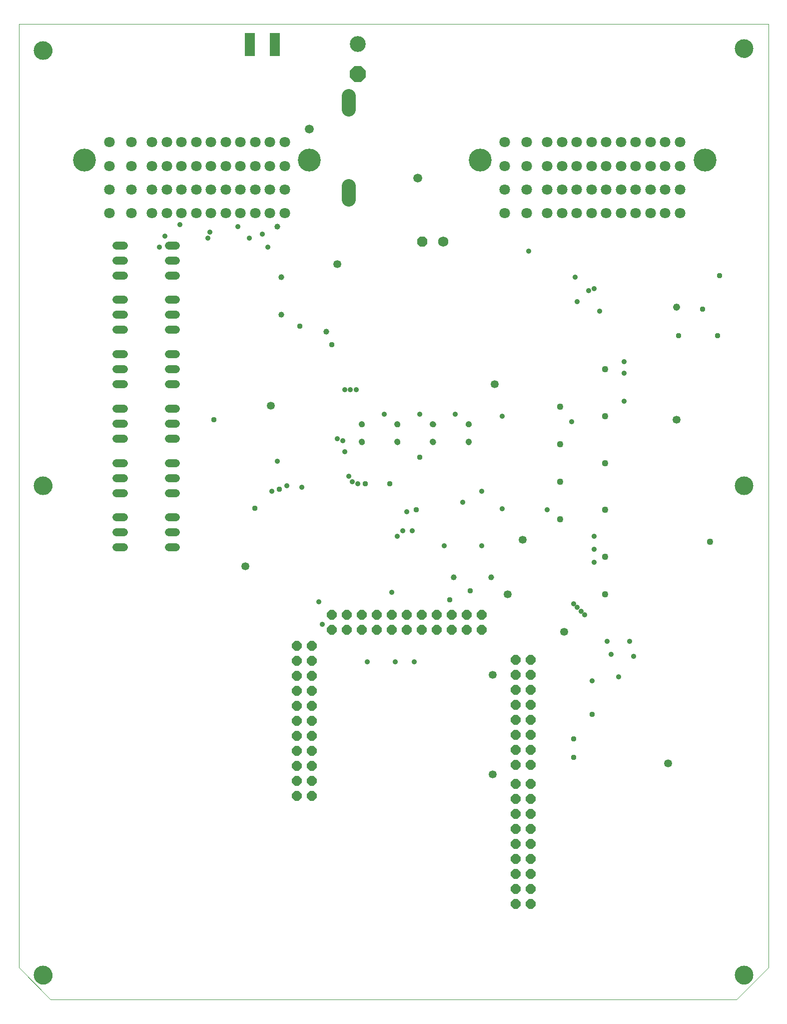
<source format=gbs>
G75*
G70*
%OFA0B0*%
%FSLAX24Y24*%
%IPPOS*%
%LPD*%
%AMOC8*
5,1,8,0,0,1.08239X$1,22.5*
%
%ADD10C,0.0000*%
%ADD11OC8,0.0651*%
%ADD12OC8,0.0690*%
%ADD13C,0.0690*%
%ADD14C,0.0945*%
%ADD15C,0.1060*%
%ADD16OC8,0.1060*%
%ADD17C,0.0710*%
%ADD18C,0.1523*%
%ADD19C,0.1241*%
%ADD20C,0.0540*%
%ADD21R,0.0651X0.1517*%
%ADD22C,0.0414*%
%ADD23OC8,0.0350*%
%ADD24C,0.0350*%
%ADD25C,0.0532*%
%ADD26C,0.0397*%
%ADD27C,0.0436*%
%ADD28C,0.0591*%
%ADD29C,0.0476*%
D10*
X000100Y002300D02*
X002225Y000175D01*
X047975Y000175D01*
X050100Y002300D01*
X050100Y065175D01*
X000100Y065175D01*
X000100Y002300D01*
X001134Y001800D02*
X001136Y001848D01*
X001142Y001896D01*
X001152Y001943D01*
X001165Y001989D01*
X001183Y002034D01*
X001203Y002078D01*
X001228Y002120D01*
X001256Y002159D01*
X001286Y002196D01*
X001320Y002230D01*
X001357Y002262D01*
X001395Y002291D01*
X001436Y002316D01*
X001479Y002338D01*
X001524Y002356D01*
X001570Y002370D01*
X001617Y002381D01*
X001665Y002388D01*
X001713Y002391D01*
X001761Y002390D01*
X001809Y002385D01*
X001857Y002376D01*
X001903Y002364D01*
X001948Y002347D01*
X001992Y002327D01*
X002034Y002304D01*
X002074Y002277D01*
X002112Y002247D01*
X002147Y002214D01*
X002179Y002178D01*
X002209Y002140D01*
X002235Y002099D01*
X002257Y002056D01*
X002277Y002012D01*
X002292Y001967D01*
X002304Y001920D01*
X002312Y001872D01*
X002316Y001824D01*
X002316Y001776D01*
X002312Y001728D01*
X002304Y001680D01*
X002292Y001633D01*
X002277Y001588D01*
X002257Y001544D01*
X002235Y001501D01*
X002209Y001460D01*
X002179Y001422D01*
X002147Y001386D01*
X002112Y001353D01*
X002074Y001323D01*
X002034Y001296D01*
X001992Y001273D01*
X001948Y001253D01*
X001903Y001236D01*
X001857Y001224D01*
X001809Y001215D01*
X001761Y001210D01*
X001713Y001209D01*
X001665Y001212D01*
X001617Y001219D01*
X001570Y001230D01*
X001524Y001244D01*
X001479Y001262D01*
X001436Y001284D01*
X001395Y001309D01*
X001357Y001338D01*
X001320Y001370D01*
X001286Y001404D01*
X001256Y001441D01*
X001228Y001480D01*
X001203Y001522D01*
X001183Y001566D01*
X001165Y001611D01*
X001152Y001657D01*
X001142Y001704D01*
X001136Y001752D01*
X001134Y001800D01*
X001134Y034425D02*
X001136Y034473D01*
X001142Y034521D01*
X001152Y034568D01*
X001165Y034614D01*
X001183Y034659D01*
X001203Y034703D01*
X001228Y034745D01*
X001256Y034784D01*
X001286Y034821D01*
X001320Y034855D01*
X001357Y034887D01*
X001395Y034916D01*
X001436Y034941D01*
X001479Y034963D01*
X001524Y034981D01*
X001570Y034995D01*
X001617Y035006D01*
X001665Y035013D01*
X001713Y035016D01*
X001761Y035015D01*
X001809Y035010D01*
X001857Y035001D01*
X001903Y034989D01*
X001948Y034972D01*
X001992Y034952D01*
X002034Y034929D01*
X002074Y034902D01*
X002112Y034872D01*
X002147Y034839D01*
X002179Y034803D01*
X002209Y034765D01*
X002235Y034724D01*
X002257Y034681D01*
X002277Y034637D01*
X002292Y034592D01*
X002304Y034545D01*
X002312Y034497D01*
X002316Y034449D01*
X002316Y034401D01*
X002312Y034353D01*
X002304Y034305D01*
X002292Y034258D01*
X002277Y034213D01*
X002257Y034169D01*
X002235Y034126D01*
X002209Y034085D01*
X002179Y034047D01*
X002147Y034011D01*
X002112Y033978D01*
X002074Y033948D01*
X002034Y033921D01*
X001992Y033898D01*
X001948Y033878D01*
X001903Y033861D01*
X001857Y033849D01*
X001809Y033840D01*
X001761Y033835D01*
X001713Y033834D01*
X001665Y033837D01*
X001617Y033844D01*
X001570Y033855D01*
X001524Y033869D01*
X001479Y033887D01*
X001436Y033909D01*
X001395Y033934D01*
X001357Y033963D01*
X001320Y033995D01*
X001286Y034029D01*
X001256Y034066D01*
X001228Y034105D01*
X001203Y034147D01*
X001183Y034191D01*
X001165Y034236D01*
X001152Y034282D01*
X001142Y034329D01*
X001136Y034377D01*
X001134Y034425D01*
X022798Y037334D02*
X022800Y037360D01*
X022806Y037386D01*
X022816Y037411D01*
X022829Y037434D01*
X022845Y037454D01*
X022865Y037472D01*
X022887Y037487D01*
X022910Y037499D01*
X022936Y037507D01*
X022962Y037511D01*
X022988Y037511D01*
X023014Y037507D01*
X023040Y037499D01*
X023064Y037487D01*
X023085Y037472D01*
X023105Y037454D01*
X023121Y037434D01*
X023134Y037411D01*
X023144Y037386D01*
X023150Y037360D01*
X023152Y037334D01*
X023150Y037308D01*
X023144Y037282D01*
X023134Y037257D01*
X023121Y037234D01*
X023105Y037214D01*
X023085Y037196D01*
X023063Y037181D01*
X023040Y037169D01*
X023014Y037161D01*
X022988Y037157D01*
X022962Y037157D01*
X022936Y037161D01*
X022910Y037169D01*
X022886Y037181D01*
X022865Y037196D01*
X022845Y037214D01*
X022829Y037234D01*
X022816Y037257D01*
X022806Y037282D01*
X022800Y037308D01*
X022798Y037334D01*
X022798Y038516D02*
X022800Y038542D01*
X022806Y038568D01*
X022816Y038593D01*
X022829Y038616D01*
X022845Y038636D01*
X022865Y038654D01*
X022887Y038669D01*
X022910Y038681D01*
X022936Y038689D01*
X022962Y038693D01*
X022988Y038693D01*
X023014Y038689D01*
X023040Y038681D01*
X023064Y038669D01*
X023085Y038654D01*
X023105Y038636D01*
X023121Y038616D01*
X023134Y038593D01*
X023144Y038568D01*
X023150Y038542D01*
X023152Y038516D01*
X023150Y038490D01*
X023144Y038464D01*
X023134Y038439D01*
X023121Y038416D01*
X023105Y038396D01*
X023085Y038378D01*
X023063Y038363D01*
X023040Y038351D01*
X023014Y038343D01*
X022988Y038339D01*
X022962Y038339D01*
X022936Y038343D01*
X022910Y038351D01*
X022886Y038363D01*
X022865Y038378D01*
X022845Y038396D01*
X022829Y038416D01*
X022816Y038439D01*
X022806Y038464D01*
X022800Y038490D01*
X022798Y038516D01*
X025173Y038516D02*
X025175Y038542D01*
X025181Y038568D01*
X025191Y038593D01*
X025204Y038616D01*
X025220Y038636D01*
X025240Y038654D01*
X025262Y038669D01*
X025285Y038681D01*
X025311Y038689D01*
X025337Y038693D01*
X025363Y038693D01*
X025389Y038689D01*
X025415Y038681D01*
X025439Y038669D01*
X025460Y038654D01*
X025480Y038636D01*
X025496Y038616D01*
X025509Y038593D01*
X025519Y038568D01*
X025525Y038542D01*
X025527Y038516D01*
X025525Y038490D01*
X025519Y038464D01*
X025509Y038439D01*
X025496Y038416D01*
X025480Y038396D01*
X025460Y038378D01*
X025438Y038363D01*
X025415Y038351D01*
X025389Y038343D01*
X025363Y038339D01*
X025337Y038339D01*
X025311Y038343D01*
X025285Y038351D01*
X025261Y038363D01*
X025240Y038378D01*
X025220Y038396D01*
X025204Y038416D01*
X025191Y038439D01*
X025181Y038464D01*
X025175Y038490D01*
X025173Y038516D01*
X025173Y037334D02*
X025175Y037360D01*
X025181Y037386D01*
X025191Y037411D01*
X025204Y037434D01*
X025220Y037454D01*
X025240Y037472D01*
X025262Y037487D01*
X025285Y037499D01*
X025311Y037507D01*
X025337Y037511D01*
X025363Y037511D01*
X025389Y037507D01*
X025415Y037499D01*
X025439Y037487D01*
X025460Y037472D01*
X025480Y037454D01*
X025496Y037434D01*
X025509Y037411D01*
X025519Y037386D01*
X025525Y037360D01*
X025527Y037334D01*
X025525Y037308D01*
X025519Y037282D01*
X025509Y037257D01*
X025496Y037234D01*
X025480Y037214D01*
X025460Y037196D01*
X025438Y037181D01*
X025415Y037169D01*
X025389Y037161D01*
X025363Y037157D01*
X025337Y037157D01*
X025311Y037161D01*
X025285Y037169D01*
X025261Y037181D01*
X025240Y037196D01*
X025220Y037214D01*
X025204Y037234D01*
X025191Y037257D01*
X025181Y037282D01*
X025175Y037308D01*
X025173Y037334D01*
X027548Y037334D02*
X027550Y037360D01*
X027556Y037386D01*
X027566Y037411D01*
X027579Y037434D01*
X027595Y037454D01*
X027615Y037472D01*
X027637Y037487D01*
X027660Y037499D01*
X027686Y037507D01*
X027712Y037511D01*
X027738Y037511D01*
X027764Y037507D01*
X027790Y037499D01*
X027814Y037487D01*
X027835Y037472D01*
X027855Y037454D01*
X027871Y037434D01*
X027884Y037411D01*
X027894Y037386D01*
X027900Y037360D01*
X027902Y037334D01*
X027900Y037308D01*
X027894Y037282D01*
X027884Y037257D01*
X027871Y037234D01*
X027855Y037214D01*
X027835Y037196D01*
X027813Y037181D01*
X027790Y037169D01*
X027764Y037161D01*
X027738Y037157D01*
X027712Y037157D01*
X027686Y037161D01*
X027660Y037169D01*
X027636Y037181D01*
X027615Y037196D01*
X027595Y037214D01*
X027579Y037234D01*
X027566Y037257D01*
X027556Y037282D01*
X027550Y037308D01*
X027548Y037334D01*
X027548Y038516D02*
X027550Y038542D01*
X027556Y038568D01*
X027566Y038593D01*
X027579Y038616D01*
X027595Y038636D01*
X027615Y038654D01*
X027637Y038669D01*
X027660Y038681D01*
X027686Y038689D01*
X027712Y038693D01*
X027738Y038693D01*
X027764Y038689D01*
X027790Y038681D01*
X027814Y038669D01*
X027835Y038654D01*
X027855Y038636D01*
X027871Y038616D01*
X027884Y038593D01*
X027894Y038568D01*
X027900Y038542D01*
X027902Y038516D01*
X027900Y038490D01*
X027894Y038464D01*
X027884Y038439D01*
X027871Y038416D01*
X027855Y038396D01*
X027835Y038378D01*
X027813Y038363D01*
X027790Y038351D01*
X027764Y038343D01*
X027738Y038339D01*
X027712Y038339D01*
X027686Y038343D01*
X027660Y038351D01*
X027636Y038363D01*
X027615Y038378D01*
X027595Y038396D01*
X027579Y038416D01*
X027566Y038439D01*
X027556Y038464D01*
X027550Y038490D01*
X027548Y038516D01*
X029923Y038516D02*
X029925Y038542D01*
X029931Y038568D01*
X029941Y038593D01*
X029954Y038616D01*
X029970Y038636D01*
X029990Y038654D01*
X030012Y038669D01*
X030035Y038681D01*
X030061Y038689D01*
X030087Y038693D01*
X030113Y038693D01*
X030139Y038689D01*
X030165Y038681D01*
X030189Y038669D01*
X030210Y038654D01*
X030230Y038636D01*
X030246Y038616D01*
X030259Y038593D01*
X030269Y038568D01*
X030275Y038542D01*
X030277Y038516D01*
X030275Y038490D01*
X030269Y038464D01*
X030259Y038439D01*
X030246Y038416D01*
X030230Y038396D01*
X030210Y038378D01*
X030188Y038363D01*
X030165Y038351D01*
X030139Y038343D01*
X030113Y038339D01*
X030087Y038339D01*
X030061Y038343D01*
X030035Y038351D01*
X030011Y038363D01*
X029990Y038378D01*
X029970Y038396D01*
X029954Y038416D01*
X029941Y038439D01*
X029931Y038464D01*
X029925Y038490D01*
X029923Y038516D01*
X029923Y037334D02*
X029925Y037360D01*
X029931Y037386D01*
X029941Y037411D01*
X029954Y037434D01*
X029970Y037454D01*
X029990Y037472D01*
X030012Y037487D01*
X030035Y037499D01*
X030061Y037507D01*
X030087Y037511D01*
X030113Y037511D01*
X030139Y037507D01*
X030165Y037499D01*
X030189Y037487D01*
X030210Y037472D01*
X030230Y037454D01*
X030246Y037434D01*
X030259Y037411D01*
X030269Y037386D01*
X030275Y037360D01*
X030277Y037334D01*
X030275Y037308D01*
X030269Y037282D01*
X030259Y037257D01*
X030246Y037234D01*
X030230Y037214D01*
X030210Y037196D01*
X030188Y037181D01*
X030165Y037169D01*
X030139Y037161D01*
X030113Y037157D01*
X030087Y037157D01*
X030061Y037161D01*
X030035Y037169D01*
X030011Y037181D01*
X029990Y037196D01*
X029970Y037214D01*
X029954Y037234D01*
X029941Y037257D01*
X029931Y037282D01*
X029925Y037308D01*
X029923Y037334D01*
X047884Y034425D02*
X047886Y034473D01*
X047892Y034521D01*
X047902Y034568D01*
X047915Y034614D01*
X047933Y034659D01*
X047953Y034703D01*
X047978Y034745D01*
X048006Y034784D01*
X048036Y034821D01*
X048070Y034855D01*
X048107Y034887D01*
X048145Y034916D01*
X048186Y034941D01*
X048229Y034963D01*
X048274Y034981D01*
X048320Y034995D01*
X048367Y035006D01*
X048415Y035013D01*
X048463Y035016D01*
X048511Y035015D01*
X048559Y035010D01*
X048607Y035001D01*
X048653Y034989D01*
X048698Y034972D01*
X048742Y034952D01*
X048784Y034929D01*
X048824Y034902D01*
X048862Y034872D01*
X048897Y034839D01*
X048929Y034803D01*
X048959Y034765D01*
X048985Y034724D01*
X049007Y034681D01*
X049027Y034637D01*
X049042Y034592D01*
X049054Y034545D01*
X049062Y034497D01*
X049066Y034449D01*
X049066Y034401D01*
X049062Y034353D01*
X049054Y034305D01*
X049042Y034258D01*
X049027Y034213D01*
X049007Y034169D01*
X048985Y034126D01*
X048959Y034085D01*
X048929Y034047D01*
X048897Y034011D01*
X048862Y033978D01*
X048824Y033948D01*
X048784Y033921D01*
X048742Y033898D01*
X048698Y033878D01*
X048653Y033861D01*
X048607Y033849D01*
X048559Y033840D01*
X048511Y033835D01*
X048463Y033834D01*
X048415Y033837D01*
X048367Y033844D01*
X048320Y033855D01*
X048274Y033869D01*
X048229Y033887D01*
X048186Y033909D01*
X048145Y033934D01*
X048107Y033963D01*
X048070Y033995D01*
X048036Y034029D01*
X048006Y034066D01*
X047978Y034105D01*
X047953Y034147D01*
X047933Y034191D01*
X047915Y034236D01*
X047902Y034282D01*
X047892Y034329D01*
X047886Y034377D01*
X047884Y034425D01*
X047884Y063550D02*
X047886Y063598D01*
X047892Y063646D01*
X047902Y063693D01*
X047915Y063739D01*
X047933Y063784D01*
X047953Y063828D01*
X047978Y063870D01*
X048006Y063909D01*
X048036Y063946D01*
X048070Y063980D01*
X048107Y064012D01*
X048145Y064041D01*
X048186Y064066D01*
X048229Y064088D01*
X048274Y064106D01*
X048320Y064120D01*
X048367Y064131D01*
X048415Y064138D01*
X048463Y064141D01*
X048511Y064140D01*
X048559Y064135D01*
X048607Y064126D01*
X048653Y064114D01*
X048698Y064097D01*
X048742Y064077D01*
X048784Y064054D01*
X048824Y064027D01*
X048862Y063997D01*
X048897Y063964D01*
X048929Y063928D01*
X048959Y063890D01*
X048985Y063849D01*
X049007Y063806D01*
X049027Y063762D01*
X049042Y063717D01*
X049054Y063670D01*
X049062Y063622D01*
X049066Y063574D01*
X049066Y063526D01*
X049062Y063478D01*
X049054Y063430D01*
X049042Y063383D01*
X049027Y063338D01*
X049007Y063294D01*
X048985Y063251D01*
X048959Y063210D01*
X048929Y063172D01*
X048897Y063136D01*
X048862Y063103D01*
X048824Y063073D01*
X048784Y063046D01*
X048742Y063023D01*
X048698Y063003D01*
X048653Y062986D01*
X048607Y062974D01*
X048559Y062965D01*
X048511Y062960D01*
X048463Y062959D01*
X048415Y062962D01*
X048367Y062969D01*
X048320Y062980D01*
X048274Y062994D01*
X048229Y063012D01*
X048186Y063034D01*
X048145Y063059D01*
X048107Y063088D01*
X048070Y063120D01*
X048036Y063154D01*
X048006Y063191D01*
X047978Y063230D01*
X047953Y063272D01*
X047933Y063316D01*
X047915Y063361D01*
X047902Y063407D01*
X047892Y063454D01*
X047886Y063502D01*
X047884Y063550D01*
X001134Y063425D02*
X001136Y063473D01*
X001142Y063521D01*
X001152Y063568D01*
X001165Y063614D01*
X001183Y063659D01*
X001203Y063703D01*
X001228Y063745D01*
X001256Y063784D01*
X001286Y063821D01*
X001320Y063855D01*
X001357Y063887D01*
X001395Y063916D01*
X001436Y063941D01*
X001479Y063963D01*
X001524Y063981D01*
X001570Y063995D01*
X001617Y064006D01*
X001665Y064013D01*
X001713Y064016D01*
X001761Y064015D01*
X001809Y064010D01*
X001857Y064001D01*
X001903Y063989D01*
X001948Y063972D01*
X001992Y063952D01*
X002034Y063929D01*
X002074Y063902D01*
X002112Y063872D01*
X002147Y063839D01*
X002179Y063803D01*
X002209Y063765D01*
X002235Y063724D01*
X002257Y063681D01*
X002277Y063637D01*
X002292Y063592D01*
X002304Y063545D01*
X002312Y063497D01*
X002316Y063449D01*
X002316Y063401D01*
X002312Y063353D01*
X002304Y063305D01*
X002292Y063258D01*
X002277Y063213D01*
X002257Y063169D01*
X002235Y063126D01*
X002209Y063085D01*
X002179Y063047D01*
X002147Y063011D01*
X002112Y062978D01*
X002074Y062948D01*
X002034Y062921D01*
X001992Y062898D01*
X001948Y062878D01*
X001903Y062861D01*
X001857Y062849D01*
X001809Y062840D01*
X001761Y062835D01*
X001713Y062834D01*
X001665Y062837D01*
X001617Y062844D01*
X001570Y062855D01*
X001524Y062869D01*
X001479Y062887D01*
X001436Y062909D01*
X001395Y062934D01*
X001357Y062963D01*
X001320Y062995D01*
X001286Y063029D01*
X001256Y063066D01*
X001228Y063105D01*
X001203Y063147D01*
X001183Y063191D01*
X001165Y063236D01*
X001152Y063282D01*
X001142Y063329D01*
X001136Y063377D01*
X001134Y063425D01*
X047884Y001800D02*
X047886Y001848D01*
X047892Y001896D01*
X047902Y001943D01*
X047915Y001989D01*
X047933Y002034D01*
X047953Y002078D01*
X047978Y002120D01*
X048006Y002159D01*
X048036Y002196D01*
X048070Y002230D01*
X048107Y002262D01*
X048145Y002291D01*
X048186Y002316D01*
X048229Y002338D01*
X048274Y002356D01*
X048320Y002370D01*
X048367Y002381D01*
X048415Y002388D01*
X048463Y002391D01*
X048511Y002390D01*
X048559Y002385D01*
X048607Y002376D01*
X048653Y002364D01*
X048698Y002347D01*
X048742Y002327D01*
X048784Y002304D01*
X048824Y002277D01*
X048862Y002247D01*
X048897Y002214D01*
X048929Y002178D01*
X048959Y002140D01*
X048985Y002099D01*
X049007Y002056D01*
X049027Y002012D01*
X049042Y001967D01*
X049054Y001920D01*
X049062Y001872D01*
X049066Y001824D01*
X049066Y001776D01*
X049062Y001728D01*
X049054Y001680D01*
X049042Y001633D01*
X049027Y001588D01*
X049007Y001544D01*
X048985Y001501D01*
X048959Y001460D01*
X048929Y001422D01*
X048897Y001386D01*
X048862Y001353D01*
X048824Y001323D01*
X048784Y001296D01*
X048742Y001273D01*
X048698Y001253D01*
X048653Y001236D01*
X048607Y001224D01*
X048559Y001215D01*
X048511Y001210D01*
X048463Y001209D01*
X048415Y001212D01*
X048367Y001219D01*
X048320Y001230D01*
X048274Y001244D01*
X048229Y001262D01*
X048186Y001284D01*
X048145Y001309D01*
X048107Y001338D01*
X048070Y001370D01*
X048036Y001404D01*
X048006Y001441D01*
X047978Y001480D01*
X047953Y001522D01*
X047933Y001566D01*
X047915Y001611D01*
X047902Y001657D01*
X047892Y001704D01*
X047886Y001752D01*
X047884Y001800D01*
D11*
X034250Y006550D03*
X034250Y007550D03*
X034250Y008550D03*
X034250Y009550D03*
X034250Y010550D03*
X034250Y011550D03*
X034250Y012550D03*
X034250Y013550D03*
X034250Y014550D03*
X033250Y014550D03*
X033250Y013550D03*
X033250Y012550D03*
X033250Y011550D03*
X033250Y010550D03*
X033250Y009550D03*
X033250Y008550D03*
X033250Y007550D03*
X033250Y006550D03*
X033252Y015806D03*
X033252Y016806D03*
X034252Y016806D03*
X034252Y015806D03*
X034252Y017806D03*
X034252Y018806D03*
X034252Y019806D03*
X034252Y020806D03*
X034252Y021806D03*
X034252Y022806D03*
X033252Y022806D03*
X033252Y021806D03*
X033252Y020806D03*
X033252Y019806D03*
X033252Y018806D03*
X033252Y017806D03*
X030975Y024800D03*
X030975Y025800D03*
X029975Y025800D03*
X029975Y024800D03*
X028975Y024800D03*
X028975Y025800D03*
X027975Y025800D03*
X027975Y024800D03*
X026975Y024800D03*
X026975Y025800D03*
X025975Y025800D03*
X025975Y024800D03*
X024975Y024800D03*
X024975Y025800D03*
X023975Y025800D03*
X023975Y024800D03*
X022975Y024800D03*
X022975Y025800D03*
X021975Y025800D03*
X021975Y024800D03*
X020975Y024800D03*
X020975Y025800D03*
X019638Y023763D03*
X019638Y022763D03*
X019638Y021763D03*
X019638Y020763D03*
X019638Y019763D03*
X019638Y018763D03*
X019638Y017763D03*
X019638Y016763D03*
X019638Y015763D03*
X019638Y014763D03*
X019638Y013763D03*
X018638Y013763D03*
X018638Y014763D03*
X018638Y015763D03*
X018638Y016763D03*
X018638Y017763D03*
X018638Y018763D03*
X018638Y019763D03*
X018638Y020763D03*
X018638Y021763D03*
X018638Y022763D03*
X018638Y023763D03*
D12*
X027025Y050675D03*
D13*
X028425Y050675D03*
D14*
X022100Y053483D02*
X022100Y054368D01*
X022100Y059483D02*
X022100Y060368D01*
D15*
X022725Y063863D03*
D16*
X022725Y061863D03*
D17*
X017842Y057300D03*
X016858Y057300D03*
X015874Y057300D03*
X014889Y057300D03*
X013905Y057300D03*
X012921Y057300D03*
X011937Y057300D03*
X010952Y057300D03*
X009968Y057300D03*
X008984Y057300D03*
X007606Y057300D03*
X007606Y055725D03*
X008984Y055725D03*
X009968Y055725D03*
X010952Y055725D03*
X011937Y055725D03*
X012921Y055725D03*
X013905Y055725D03*
X014889Y055725D03*
X015874Y055725D03*
X016858Y055725D03*
X017842Y055725D03*
X017842Y054150D03*
X016858Y054150D03*
X015874Y054150D03*
X014889Y054150D03*
X013905Y054150D03*
X012921Y054150D03*
X011937Y054150D03*
X010952Y054150D03*
X009968Y054150D03*
X008984Y054150D03*
X007606Y054150D03*
X007606Y052576D03*
X008984Y052576D03*
X009968Y052576D03*
X010952Y052576D03*
X011937Y052576D03*
X012921Y052576D03*
X013905Y052576D03*
X014889Y052576D03*
X015874Y052576D03*
X016858Y052576D03*
X017842Y052576D03*
X006149Y052576D03*
X006149Y054150D03*
X006149Y055725D03*
X006149Y057300D03*
X032524Y057300D03*
X032524Y055725D03*
X033981Y055725D03*
X033981Y057300D03*
X035359Y057300D03*
X036343Y057300D03*
X037327Y057300D03*
X038312Y057300D03*
X039296Y057300D03*
X040280Y057300D03*
X041264Y057300D03*
X042249Y057300D03*
X043233Y057300D03*
X044217Y057300D03*
X044217Y055725D03*
X043233Y055725D03*
X042249Y055725D03*
X041264Y055725D03*
X040280Y055725D03*
X039296Y055725D03*
X038312Y055725D03*
X037327Y055725D03*
X036343Y055725D03*
X035359Y055725D03*
X035359Y054150D03*
X036343Y054150D03*
X037327Y054150D03*
X038312Y054150D03*
X039296Y054150D03*
X040280Y054150D03*
X041264Y054150D03*
X042249Y054150D03*
X043233Y054150D03*
X044217Y054150D03*
X044217Y052576D03*
X043233Y052576D03*
X042249Y052576D03*
X041264Y052576D03*
X040280Y052576D03*
X039296Y052576D03*
X038312Y052576D03*
X037327Y052576D03*
X036343Y052576D03*
X035359Y052576D03*
X033981Y052576D03*
X033981Y054150D03*
X032524Y054150D03*
X032524Y052576D03*
D18*
X030871Y056119D03*
X019496Y056119D03*
X004496Y056119D03*
X045871Y056119D03*
D19*
X048475Y063550D03*
X048475Y034425D03*
X048475Y001800D03*
X001725Y001800D03*
X001725Y034425D03*
X001725Y063425D03*
D20*
X006620Y050425D02*
X007100Y050425D01*
X007100Y049425D02*
X006620Y049425D01*
X006620Y048425D02*
X007100Y048425D01*
X007100Y046800D02*
X006620Y046800D01*
X006620Y045800D02*
X007100Y045800D01*
X007100Y044800D02*
X006620Y044800D01*
X006620Y043175D02*
X007100Y043175D01*
X007100Y042175D02*
X006620Y042175D01*
X006620Y041175D02*
X007100Y041175D01*
X007100Y039550D02*
X006620Y039550D01*
X006620Y038550D02*
X007100Y038550D01*
X007100Y037550D02*
X006620Y037550D01*
X006620Y035925D02*
X007100Y035925D01*
X007100Y034925D02*
X006620Y034925D01*
X006620Y033925D02*
X007100Y033925D01*
X007100Y032300D02*
X006620Y032300D01*
X006620Y031300D02*
X007100Y031300D01*
X007100Y030300D02*
X006620Y030300D01*
X010100Y030300D02*
X010580Y030300D01*
X010580Y031300D02*
X010100Y031300D01*
X010100Y032300D02*
X010580Y032300D01*
X010580Y033925D02*
X010100Y033925D01*
X010100Y034925D02*
X010580Y034925D01*
X010580Y035925D02*
X010100Y035925D01*
X010100Y037550D02*
X010580Y037550D01*
X010580Y038550D02*
X010100Y038550D01*
X010100Y039550D02*
X010580Y039550D01*
X010580Y041175D02*
X010100Y041175D01*
X010100Y042175D02*
X010580Y042175D01*
X010580Y043175D02*
X010100Y043175D01*
X010100Y044800D02*
X010580Y044800D01*
X010580Y045800D02*
X010100Y045800D01*
X010100Y046800D02*
X010580Y046800D01*
X010580Y048425D02*
X010100Y048425D01*
X010100Y049425D02*
X010580Y049425D01*
X010580Y050425D02*
X010100Y050425D01*
D21*
X015523Y063800D03*
X017177Y063800D03*
D22*
X022975Y038516D03*
X022975Y037334D03*
X025350Y037334D03*
X025350Y038516D03*
X027725Y038516D03*
X027725Y037334D03*
X030100Y037334D03*
X030100Y038516D03*
D23*
X026850Y036300D03*
X024850Y034550D03*
X023225Y034550D03*
X026600Y032800D03*
X028850Y026800D03*
X030225Y027425D03*
X037100Y017550D03*
X037100Y016300D03*
X038350Y019175D03*
X044100Y044425D03*
X045725Y046175D03*
X046725Y044425D03*
X046850Y048425D03*
X020975Y043800D03*
X018850Y045050D03*
X013100Y038800D03*
X017475Y034175D03*
X015850Y032925D03*
D24*
X016975Y034050D03*
X017975Y034425D03*
X018975Y034300D03*
X017350Y036050D03*
X021350Y037550D03*
X021725Y037425D03*
X021850Y036675D03*
X022100Y035050D03*
X022350Y034675D03*
X022725Y034550D03*
X025350Y031050D03*
X025725Y031425D03*
X026350Y031425D03*
X025975Y032675D03*
X028475Y030425D03*
X029725Y033300D03*
X030975Y034050D03*
X032350Y032875D03*
X030975Y030425D03*
X035350Y032800D03*
X038475Y031050D03*
X038475Y030175D03*
X038475Y029300D03*
X037100Y026550D03*
X037350Y026300D03*
X037600Y026050D03*
X037850Y025800D03*
X039350Y024050D03*
X039600Y023175D03*
X040100Y021675D03*
X041100Y023050D03*
X040850Y024050D03*
X038350Y021425D03*
X026475Y022675D03*
X025225Y022675D03*
X023350Y022675D03*
X020350Y025175D03*
X020100Y026675D03*
X024975Y027300D03*
X024475Y039175D03*
X022600Y040800D03*
X022225Y040800D03*
X021850Y040800D03*
X026850Y039175D03*
X029225Y039175D03*
X032350Y039050D03*
X036975Y038675D03*
X040475Y040050D03*
X040475Y041925D03*
X040475Y042675D03*
X038850Y046050D03*
X038475Y047550D03*
X038100Y047425D03*
X037350Y046675D03*
X037225Y048300D03*
X034100Y050050D03*
X016725Y050300D03*
X016350Y051175D03*
X015475Y050925D03*
X014725Y051675D03*
X012850Y051300D03*
X012725Y050925D03*
X010850Y051800D03*
X009850Y051050D03*
X009475Y050300D03*
D25*
X016913Y039738D03*
X021350Y049175D03*
X031850Y041175D03*
X033725Y030800D03*
X032725Y027175D03*
X036475Y024675D03*
X031725Y021800D03*
X031725Y015175D03*
X043413Y015925D03*
X043975Y038800D03*
X015225Y029050D03*
D26*
X020600Y044675D03*
X017600Y045800D03*
X017600Y048300D03*
X017350Y051675D03*
X029100Y028300D03*
X031600Y028300D03*
D27*
X036225Y032175D03*
X036225Y034675D03*
X036225Y037175D03*
X036225Y039675D03*
X039225Y039050D03*
X039225Y035925D03*
X039225Y032800D03*
X039225Y029675D03*
X039225Y027175D03*
X046225Y030675D03*
X039225Y042175D03*
D28*
X026725Y054925D03*
X019475Y058175D03*
D29*
X043975Y046300D03*
M02*

</source>
